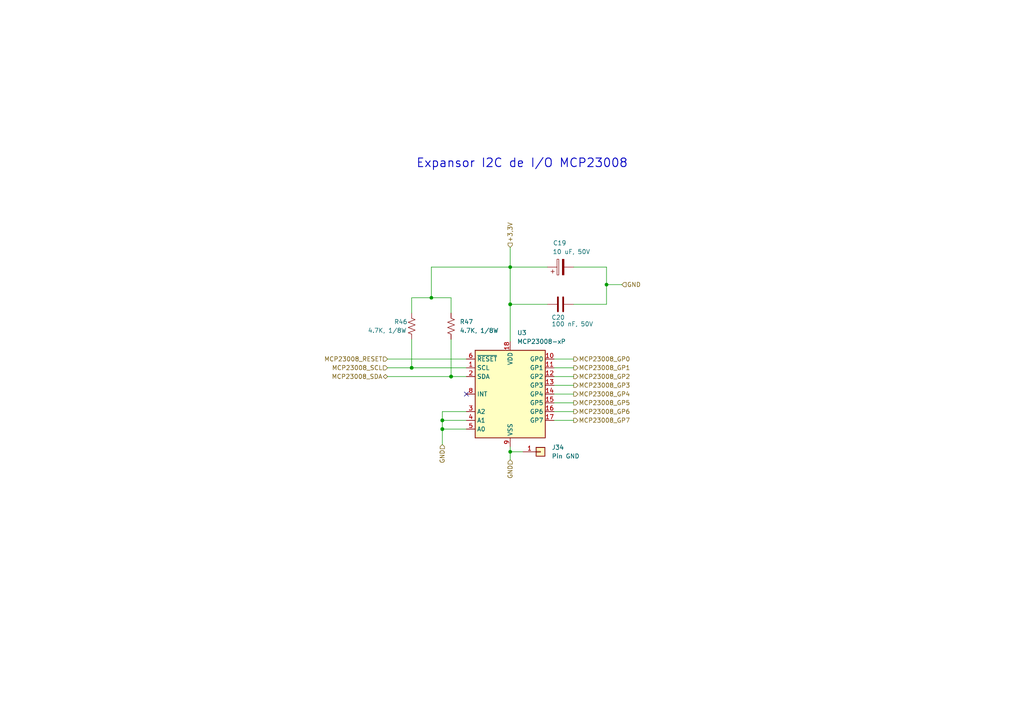
<source format=kicad_sch>
(kicad_sch (version 20211123) (generator eeschema)
  (paper "A4")
  (lib_symbols
    (symbol "Connector_Generic:Conn_01x01" (pin_names (offset 1.016) hide)
      (property "Reference" "J" (at 0 2.54 0))
      (property "Value" "Conn_01x01" (at 0 -2.54 0))
      (symbol "Conn_01x01_1_1"
        (rectangle (start -1.27 0.127) (end 0 -0.127) (stroke (width 0.1524)))
        (rectangle (start -1.27 1.27) (end 1.27 -1.27) (stroke (width 0.254)) (fill (type background)))
        (pin passive line (at -5.08 0 0) (length 3.81) (name "Pin_1") (number "1"))
      )
    )
    (symbol "Device:C" (pin_numbers hide) (pin_names (offset 0.254))
      (property "Reference" "C" (at 0.635 2.54 0))
      (property "Value" "C" (at 0.635 -2.54 0))
      (symbol "C_0_1"
        (polyline (pts (xy -2.032 -0.762) (xy 2.032 -0.762)) (stroke (width 0.508)))
        (polyline (pts (xy -2.032 0.762) (xy 2.032 0.762)) (stroke (width 0.508)))
      )
      (symbol "C_1_1"
        (pin passive line (at 0 3.81 270) (length 2.794) (name "~") (number "1"))
        (pin passive line (at 0 -3.81 90) (length 2.794) (name "~") (number "2"))
      )
    )
    (symbol "Device:C_Polarized" (pin_numbers hide) (pin_names (offset 0.254))
      (property "Reference" "C" (at 0.635 2.54 0))
      (property "Value" "C_Polarized" (at 0.635 -2.54 0))
      (symbol "C_Polarized_0_1"
        (rectangle (start -2.286 0.508) (end 2.286 1.016))
        (polyline (pts (xy -1.778 2.286) (xy -0.762 2.286)))
        (polyline (pts (xy -1.27 2.794) (xy -1.27 1.778)))
        (rectangle (start 2.286 -0.508) (end -2.286 -1.016) (fill (type outline)))
      )
      (symbol "C_Polarized_1_1"
        (pin passive line (at 0 3.81 270) (length 2.794) (name "~") (number "1"))
        (pin passive line (at 0 -3.81 90) (length 2.794) (name "~") (number "2"))
      )
    )
    (symbol "Device:R_US" (pin_numbers hide) (pin_names (offset 0))
      (property "Reference" "R" (at 2.54 0 90))
      (property "Value" "R_US" (at -2.54 0 90))
      (symbol "R_US_0_1"
        (polyline (pts (xy 0 -2.286) (xy 0 -2.54)))
        (polyline (pts (xy 0 2.286) (xy 0 2.54)))
        (polyline (pts (xy 0 -0.762) (xy 1.016 -1.143) (xy 0 -1.524) (xy -1.016 -1.905) (xy 0 -2.286)))
        (polyline (pts (xy 0 0.762) (xy 1.016 0.381) (xy 0 0) (xy -1.016 -0.381) (xy 0 -0.762)))
        (polyline (pts (xy 0 2.286) (xy 1.016 1.905) (xy 0 1.524) (xy -1.016 1.143) (xy 0 0.762)))
      )
      (symbol "R_US_1_1"
        (pin passive line (at 0 3.81 270) (length 1.27) (name "~") (number "1"))
        (pin passive line (at 0 -3.81 90) (length 1.27) (name "~") (number "2"))
      )
    )
    (symbol "Interface_Expansion:MCP23008-xP"
      (property "Reference" "U" (at -8.89 13.97 0))
      (property "Value" "MCP23008-xP" (at 8.89 13.97 0))
      (symbol "MCP23008-xP_0_1"
        (rectangle (start -10.16 12.7) (end 10.16 -12.7) (stroke (width 0.254)) (fill (type background)))
      )
      (symbol "MCP23008-xP_1_1"
        (pin input line (at -12.7 7.62 0) (length 2.54) (name "SCL") (number "1"))
        (pin bidirectional line (at 12.7 10.16 180) (length 2.54) (name "GP0") (number "10"))
        (pin bidirectional line (at 12.7 7.62 180) (length 2.54) (name "GP1") (number "11"))
        (pin bidirectional line (at 12.7 5.08 180) (length 2.54) (name "GP2") (number "12"))
        (pin bidirectional line (at 12.7 2.54 180) (length 2.54) (name "GP3") (number "13"))
        (pin bidirectional line (at 12.7 0 180) (length 2.54) (name "GP4") (number "14"))
        (pin bidirectional line (at 12.7 -2.54 180) (length 2.54) (name "GP5") (number "15"))
        (pin bidirectional line (at 12.7 -5.08 180) (length 2.54) (name "GP6") (number "16"))
        (pin bidirectional line (at 12.7 -7.62 180) (length 2.54) (name "GP7") (number "17"))
        (pin power_in line (at 0 15.24 270) (length 2.54) (name "VDD") (number "18"))
        (pin bidirectional line (at -12.7 5.08 0) (length 2.54) (name "SDA") (number "2"))
        (pin input line (at -12.7 -5.08 0) (length 2.54) (name "A2") (number "3"))
        (pin input line (at -12.7 -7.62 0) (length 2.54) (name "A1") (number "4"))
        (pin input line (at -12.7 -10.16 0) (length 2.54) (name "A0") (number "5"))
        (pin input line (at -12.7 10.16 0) (length 2.54) (name "~{RESET}") (number "6"))
        (pin no_connect line (at -10.16 -2.54 0) (length 2.54) hide (name "NC") (number "7"))
        (pin output line (at -12.7 0 0) (length 2.54) (name "INT") (number "8"))
        (pin power_in line (at 0 -15.24 90) (length 2.54) (name "VSS") (number "9"))
      )
    )
  )
  (junction (at 147.9804 131.0386))
  (junction (at 128.2954 124.46))
  (junction (at 125.1153 86.36))
  (junction (at 147.9753 77.47))
  (junction (at 128.2903 124.46))
  (junction (at 119.4003 106.68))
  (junction (at 119.4054 106.68))
  (junction (at 130.8354 109.22))
  (junction (at 128.2954 121.92))
  (junction (at 147.9753 88.265))
  (junction (at 147.9804 88.265))
  (junction (at 175.9153 82.55))
  (junction (at 130.8303 109.22))
  (junction (at 128.2903 121.92))
  (no_connect (at 135.2804 114.3))
  (wire (pts (xy 128.2954 124.46) (xy 135.2804 124.46)))
  (wire (pts (xy 147.9804 88.265) (xy 158.7703 88.265)))
  (wire (pts (xy 119.4054 106.68) (xy 135.2804 106.68)))
  (wire (pts (xy 160.6804 104.14) (xy 166.3954 104.14)))
  (wire (pts (xy 128.2954 119.38) (xy 128.2903 121.92)))
  (wire (pts (xy 160.6804 114.3) (xy 166.3751 114.3)))
  (wire (pts (xy 119.4003 86.36) (xy 125.1153 86.36)))
  (wire (pts (xy 128.2954 124.46) (xy 128.2903 124.46)))
  (wire (pts (xy 147.9753 77.47) (xy 158.7703 77.47)))
  (wire (pts (xy 125.1153 86.36) (xy 130.8303 86.36)))
  (wire (pts (xy 160.6804 111.76) (xy 166.3954 111.76)))
  (wire (pts (xy 166.3903 88.265) (xy 175.9153 88.265)))
  (wire (pts (xy 112.4153 109.22) (xy 130.8303 109.22)))
  (wire (pts (xy 147.9753 71.755) (xy 147.9753 77.47)))
  (wire (pts (xy 166.3903 77.47) (xy 175.9153 77.47)))
  (wire (pts (xy 175.9153 82.55) (xy 175.9153 88.265)))
  (wire (pts (xy 175.9153 82.55) (xy 180.3603 82.55)))
  (wire (pts (xy 160.6804 106.68) (xy 166.3954 106.68)))
  (wire (pts (xy 128.2954 121.92) (xy 128.2903 121.92)))
  (wire (pts (xy 147.9753 88.265) (xy 147.9804 88.265)))
  (wire (pts (xy 128.2954 121.92) (xy 135.2804 121.92)))
  (wire (pts (xy 175.9153 77.47) (xy 175.9153 82.55)))
  (wire (pts (xy 160.6804 121.92) (xy 166.3751 121.92)))
  (wire (pts (xy 147.9753 77.47) (xy 147.9753 88.265)))
  (wire (pts (xy 125.1153 77.47) (xy 147.9753 77.47)))
  (wire (pts (xy 147.9804 131.0386) (xy 147.9804 133.35)))
  (wire (pts (xy 112.4153 106.68) (xy 119.4003 106.68)))
  (wire (pts (xy 160.6804 119.38) (xy 166.3751 119.38)))
  (wire (pts (xy 119.4003 90.805) (xy 119.4003 86.36)))
  (wire (pts (xy 147.9804 129.54) (xy 147.9804 131.0386)))
  (wire (pts (xy 119.4003 98.425) (xy 119.4003 106.68)))
  (wire (pts (xy 128.2903 124.46) (xy 128.2903 128.905)))
  (wire (pts (xy 128.2903 121.92) (xy 128.2903 124.46)))
  (wire (pts (xy 130.8303 86.36) (xy 130.8303 90.805)))
  (wire (pts (xy 147.9804 131.0386) (xy 151.6888 131.0386)))
  (wire (pts (xy 135.2804 119.38) (xy 128.2954 119.38)))
  (wire (pts (xy 130.8354 109.22) (xy 130.8303 109.22)))
  (wire (pts (xy 112.4204 104.14) (xy 135.2804 104.14)))
  (wire (pts (xy 147.9804 88.265) (xy 147.9804 99.06)))
  (wire (pts (xy 160.6804 116.84) (xy 166.3751 116.84)))
  (wire (pts (xy 130.8303 98.425) (xy 130.8303 109.22)))
  (wire (pts (xy 130.8354 109.22) (xy 135.2804 109.22)))
  (wire (pts (xy 119.4054 106.68) (xy 119.4003 106.68)))
  (wire (pts (xy 125.1153 86.36) (xy 125.1153 77.47)))
  (wire (pts (xy 160.6804 109.22) (xy 166.3954 109.22)))
  (text "Expansor I2C de I/O MCP23008" (at 120.6703 48.895 0) (effects (font (size 2.5 2.5) (thickness 0.254) bold) (justify left bottom)))
  (hierarchical_label "MCP23008_GP5" (shape output) (at 166.3751 116.84 0))
  (hierarchical_label "MCP23008_GP3" (shape output) (at 166.3954 111.76 0))
  (hierarchical_label "MCP23008_GP7" (shape output) (at 166.3751 121.92 0))
  (hierarchical_label "MCP23008_RESET" (shape input) (at 112.4204 104.14 180))
  (hierarchical_label "GND" (shape input) (at 128.2903 128.905 270))
  (hierarchical_label "MCP23008_GP1" (shape output) (at 166.3954 106.68 0))
  (hierarchical_label "MCP23008_GP6" (shape output) (at 166.3751 119.38 0))
  (hierarchical_label "MCP23008_SCL" (shape input) (at 112.4153 106.68 180))
  (hierarchical_label "GND" (shape input) (at 180.3603 82.55 0))
  (hierarchical_label "MCP23008_GP2" (shape output) (at 166.3954 109.22 0))
  (hierarchical_label "GND" (shape input) (at 147.9804 133.35 270))
  (hierarchical_label "MCP23008_GP0" (shape output) (at 166.3954 104.14 0))
  (hierarchical_label "MCP23008_GP4" (shape output) (at 166.3751 114.3 0))
  (hierarchical_label "MCP23008_SDA" (shape bidirectional) (at 112.4153 109.22 180))
  (hierarchical_label "+3,3V" (shape input) (at 147.9753 71.755 90))
  (symbol (lib_id "Device:C") (at 162.5803 88.265 90) (unit 1)
    (property "Reference" "C20" (at 163.8503 92.075 90) (effects (justify left)))
    (property "Value" "100 nF, 50V" (at 172.085 93.98 90) (effects (justify left)))
    (property "Footprint" "Capacitor_SMD:C_0805_2012Metric" (effects hide))
  )
  (symbol (lib_id "Device:R_US") (at 130.8303 94.615 0) (unit 1)
    (property "Reference" "R47" (at 133.35 93.3449 0) (effects (justify left)))
    (property "Value" "4.7K, 1/8W" (at 133.35 95.8849 0) (effects (justify left)))
    (property "Footprint" "Resistor_SMD:R_0805_2012Metric" (effects hide))
  )
  (symbol (lib_id "Device:C_Polarized") (at 162.5803 77.47 90) (unit 1)
    (property "Reference" "C19" (at 162.3263 70.485 90))
    (property "Value" "10 uF, 50V" (at 165.735 73.025 90))
    (property "Footprint" "Capacitor_SMD:C_0805_2012Metric" (effects hide))
  )
  (symbol (lib_id "Device:R_US") (at 119.4003 94.615 0) (unit 1)
    (property "Reference" "R46" (at 114.3 93.345 0) (effects (justify left)))
    (property "Value" "4.7K, 1/8W" (at 106.6749 95.8596 0) (effects (justify left)))
    (property "Footprint" "Resistor_SMD:R_0805_2012Metric" (effects hide))
  )
  (symbol (lib_id "Interface_Expansion:MCP23008-xP") (at 147.9804 114.3 0) (unit 1)
    (property "Reference" "U3" (at 149.9998 96.52 0) (effects (justify left)))
    (property "Value" "MCP23008-xP" (at 149.9998 99.06 0) (effects (justify left)))
    (property "Footprint" "Package_DIP:DIP-18_W7.62mm" (effects hide))
    (property "Datasheet" "http://ww1.microchip.com/downloads/en/DeviceDoc/MCP23008-MCP23S08-Data-Sheet-20001919F.pdf" (effects hide))
  )
  (symbol (lib_id "Connector_Generic:Conn_01x01") (at 156.7688 131.0386 0) (unit 1)
    (property "Reference" "J34" (at 160.02 129.7685 0) (effects (justify left)))
    (property "Value" "Pin GND" (at 160.02 132.3085 0) (effects (justify left)))
    (property "Footprint" "Connector_PinHeader_2.54mm:PinHeader_1x01_P2.54mm_Vertical" (effects hide))
  )
)
</source>
